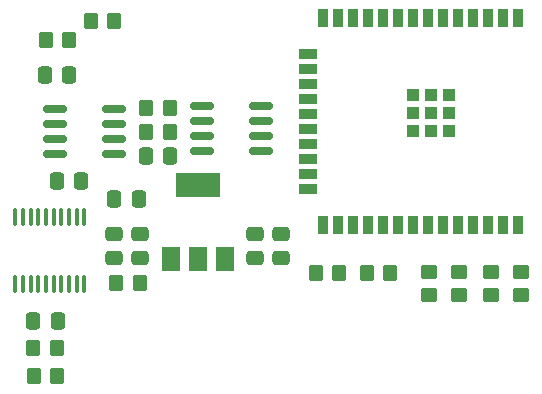
<source format=gbr>
%TF.GenerationSoftware,KiCad,Pcbnew,6.0.11-2627ca5db0~126~ubuntu20.04.1*%
%TF.CreationDate,2025-02-01T21:45:14-05:00*%
%TF.ProjectId,modbus_rtu_mirror_side_esp32_88x37x59mm,6d6f6462-7573-45f7-9274-755f6d697272,rev?*%
%TF.SameCoordinates,Original*%
%TF.FileFunction,Paste,Top*%
%TF.FilePolarity,Positive*%
%FSLAX46Y46*%
G04 Gerber Fmt 4.6, Leading zero omitted, Abs format (unit mm)*
G04 Created by KiCad (PCBNEW 6.0.11-2627ca5db0~126~ubuntu20.04.1) date 2025-02-01 21:45:14*
%MOMM*%
%LPD*%
G01*
G04 APERTURE LIST*
G04 Aperture macros list*
%AMRoundRect*
0 Rectangle with rounded corners*
0 $1 Rounding radius*
0 $2 $3 $4 $5 $6 $7 $8 $9 X,Y pos of 4 corners*
0 Add a 4 corners polygon primitive as box body*
4,1,4,$2,$3,$4,$5,$6,$7,$8,$9,$2,$3,0*
0 Add four circle primitives for the rounded corners*
1,1,$1+$1,$2,$3*
1,1,$1+$1,$4,$5*
1,1,$1+$1,$6,$7*
1,1,$1+$1,$8,$9*
0 Add four rect primitives between the rounded corners*
20,1,$1+$1,$2,$3,$4,$5,0*
20,1,$1+$1,$4,$5,$6,$7,0*
20,1,$1+$1,$6,$7,$8,$9,0*
20,1,$1+$1,$8,$9,$2,$3,0*%
G04 Aperture macros list end*
%ADD10RoundRect,0.250000X-0.350000X-0.450000X0.350000X-0.450000X0.350000X0.450000X-0.350000X0.450000X0*%
%ADD11RoundRect,0.250000X0.450000X-0.350000X0.450000X0.350000X-0.450000X0.350000X-0.450000X-0.350000X0*%
%ADD12RoundRect,0.250000X-0.337500X-0.475000X0.337500X-0.475000X0.337500X0.475000X-0.337500X0.475000X0*%
%ADD13RoundRect,0.150000X-0.825000X-0.150000X0.825000X-0.150000X0.825000X0.150000X-0.825000X0.150000X0*%
%ADD14RoundRect,0.100000X-0.100000X0.637500X-0.100000X-0.637500X0.100000X-0.637500X0.100000X0.637500X0*%
%ADD15RoundRect,0.250000X-0.475000X0.337500X-0.475000X-0.337500X0.475000X-0.337500X0.475000X0.337500X0*%
%ADD16R,0.900000X1.500000*%
%ADD17R,1.500000X0.900000*%
%ADD18R,1.050000X1.050000*%
%ADD19RoundRect,0.250000X0.350000X0.450000X-0.350000X0.450000X-0.350000X-0.450000X0.350000X-0.450000X0*%
%ADD20R,1.500000X2.000000*%
%ADD21R,3.800000X2.000000*%
G04 APERTURE END LIST*
D10*
%TO.C,R10*%
X103267000Y-138684000D03*
X105267000Y-138684000D03*
%TD*%
D11*
%TO.C,R4*%
X139319000Y-131810000D03*
X139319000Y-129810000D03*
%TD*%
D10*
%TO.C,R11*%
X104283000Y-110236000D03*
X106283000Y-110236000D03*
%TD*%
D12*
%TO.C,C9*%
X112754500Y-120015000D03*
X114829500Y-120015000D03*
%TD*%
%TO.C,C6*%
X110087500Y-123698000D03*
X112162500Y-123698000D03*
%TD*%
D10*
%TO.C,R7*%
X131461000Y-129921000D03*
X133461000Y-129921000D03*
%TD*%
D12*
%TO.C,C8*%
X105240000Y-122174000D03*
X107315000Y-122174000D03*
%TD*%
D13*
%TO.C,U5*%
X105094000Y-116078000D03*
X105094000Y-117348000D03*
X105094000Y-118618000D03*
X105094000Y-119888000D03*
X110044000Y-119888000D03*
X110044000Y-118618000D03*
X110044000Y-117348000D03*
X110044000Y-116078000D03*
%TD*%
D10*
%TO.C,R12*%
X112792000Y-117983000D03*
X114792000Y-117983000D03*
%TD*%
D11*
%TO.C,R2*%
X144526000Y-131810000D03*
X144526000Y-129810000D03*
%TD*%
%TO.C,R3*%
X141986000Y-131810000D03*
X141986000Y-129810000D03*
%TD*%
D10*
%TO.C,R6*%
X127143000Y-129921000D03*
X129143000Y-129921000D03*
%TD*%
%TO.C,R8*%
X108093000Y-108585000D03*
X110093000Y-108585000D03*
%TD*%
D14*
%TO.C,U2*%
X107573000Y-125153500D03*
X106923000Y-125153500D03*
X106273000Y-125153500D03*
X105623000Y-125153500D03*
X104973000Y-125153500D03*
X104323000Y-125153500D03*
X103673000Y-125153500D03*
X103023000Y-125153500D03*
X102373000Y-125153500D03*
X101723000Y-125153500D03*
X101723000Y-130878500D03*
X102373000Y-130878500D03*
X103023000Y-130878500D03*
X103673000Y-130878500D03*
X104323000Y-130878500D03*
X104973000Y-130878500D03*
X105623000Y-130878500D03*
X106273000Y-130878500D03*
X106923000Y-130878500D03*
X107573000Y-130878500D03*
%TD*%
D15*
%TO.C,C2*%
X122047000Y-126597500D03*
X122047000Y-128672500D03*
%TD*%
D10*
%TO.C,R1*%
X110252000Y-130810000D03*
X112252000Y-130810000D03*
%TD*%
D15*
%TO.C,C1*%
X124206000Y-126597500D03*
X124206000Y-128672500D03*
%TD*%
%TO.C,C4*%
X110109000Y-126597500D03*
X110109000Y-128672500D03*
%TD*%
D16*
%TO.C,U1*%
X144267000Y-108344000D03*
X142997000Y-108344000D03*
X141727000Y-108344000D03*
X140457000Y-108344000D03*
X139187000Y-108344000D03*
X137917000Y-108344000D03*
X136647000Y-108344000D03*
X135377000Y-108344000D03*
X134107000Y-108344000D03*
X132837000Y-108344000D03*
X131567000Y-108344000D03*
X130297000Y-108344000D03*
X129027000Y-108344000D03*
X127757000Y-108344000D03*
D17*
X126507000Y-111384000D03*
X126507000Y-112654000D03*
X126507000Y-113924000D03*
X126507000Y-115194000D03*
X126507000Y-116464000D03*
X126507000Y-117734000D03*
X126507000Y-119004000D03*
X126507000Y-120274000D03*
X126507000Y-121544000D03*
X126507000Y-122814000D03*
D16*
X127757000Y-125844000D03*
X129027000Y-125844000D03*
X130297000Y-125844000D03*
X131567000Y-125844000D03*
X132837000Y-125844000D03*
X134107000Y-125844000D03*
X135377000Y-125844000D03*
X136647000Y-125844000D03*
X137917000Y-125844000D03*
X139187000Y-125844000D03*
X140457000Y-125844000D03*
X141727000Y-125844000D03*
X142997000Y-125844000D03*
X144267000Y-125844000D03*
D18*
X135402000Y-117939000D03*
X136927000Y-117939000D03*
X135402000Y-114889000D03*
X138452000Y-117939000D03*
X136927000Y-114889000D03*
X135402000Y-116414000D03*
X138452000Y-116414000D03*
X138452000Y-114889000D03*
X136927000Y-116414000D03*
%TD*%
D12*
%TO.C,C5*%
X103229500Y-133985000D03*
X105304500Y-133985000D03*
%TD*%
D19*
%TO.C,R9*%
X105251000Y-136271000D03*
X103251000Y-136271000D03*
%TD*%
D10*
%TO.C,R13*%
X112792000Y-115951000D03*
X114792000Y-115951000D03*
%TD*%
D13*
%TO.C,U4*%
X117540000Y-115824000D03*
X117540000Y-117094000D03*
X117540000Y-118364000D03*
X117540000Y-119634000D03*
X122490000Y-119634000D03*
X122490000Y-118364000D03*
X122490000Y-117094000D03*
X122490000Y-115824000D03*
%TD*%
D20*
%TO.C,U3*%
X114921000Y-128753000D03*
X117221000Y-128753000D03*
D21*
X117221000Y-122453000D03*
D20*
X119521000Y-128753000D03*
%TD*%
D15*
%TO.C,C3*%
X112268000Y-126597500D03*
X112268000Y-128672500D03*
%TD*%
D12*
%TO.C,C7*%
X104215000Y-113157000D03*
X106290000Y-113157000D03*
%TD*%
D11*
%TO.C,R5*%
X136779000Y-131810000D03*
X136779000Y-129810000D03*
%TD*%
M02*

</source>
